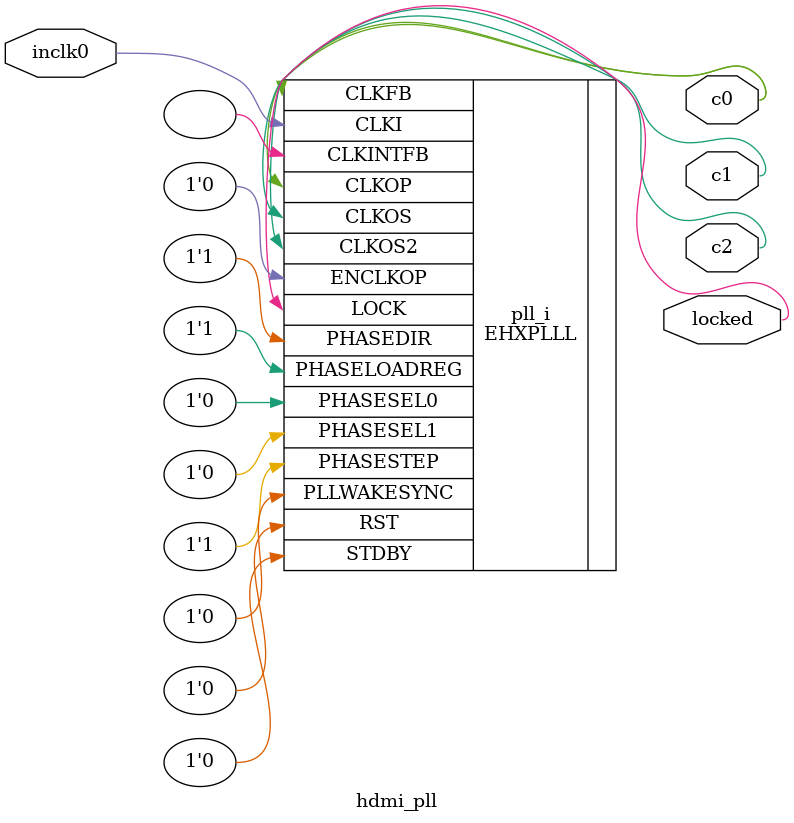
<source format=v>
module hdmi_pll
(
    input inclk0, // 48 MHz, 0 deg
    output c0, // 25.6 MHz, 0 deg
    output c1, // 147.2 MHz, 0 deg
    output c2, // 0.0480026 MHz, 0 deg
    output locked
);
(* FREQUENCY_PIN_CLKI="48" *)
(* FREQUENCY_PIN_CLKOP="25.6" *)
(* FREQUENCY_PIN_CLKOS="147.2" *)
(* FREQUENCY_PIN_CLKOS2="0.0480026" *)
(* ICP_CURRENT="12" *) (* LPF_RESISTOR="8" *) (* MFG_ENABLE_FILTEROPAMP="1" *) (* MFG_GMCREF_SEL="2" *)
EHXPLLL #(
        .PLLRST_ENA("DISABLED"),
        .INTFB_WAKE("DISABLED"),
        .STDBY_ENABLE("DISABLED"),
        .DPHASE_SOURCE("DISABLED"),
        .OUTDIVIDER_MUXA("DIVA"),
        .OUTDIVIDER_MUXB("DIVB"),
        .OUTDIVIDER_MUXC("DIVC"),
        .OUTDIVIDER_MUXD("DIVD"),
        .CLKI_DIV(15),
        .CLKOP_ENABLE("ENABLED"),
        .CLKOP_DIV(23),
        .CLKOP_CPHASE(11),
        .CLKOP_FPHASE(0),
        .CLKOS_ENABLE("ENABLED"),
        .CLKOS_DIV(4),
        .CLKOS_CPHASE(11),
        .CLKOS_FPHASE(0),
        .CLKOS2_ENABLE("ENABLED"),
        .CLKOS2_DIV(12266),
        .CLKOS2_CPHASE(11),
        .CLKOS2_FPHASE(0),
        .FEEDBK_PATH("CLKOP"),
        .CLKFB_DIV(8)
    ) pll_i (
        .RST(1'b0),
        .STDBY(1'b0),
        .CLKI(inclk0),
        .CLKOP(c0),
        .CLKOS(c1),
        .CLKOS2(c2),
        .CLKFB(c0),
        .CLKINTFB(),
        .PHASESEL0(1'b0),
        .PHASESEL1(1'b0),
        .PHASEDIR(1'b1),
        .PHASESTEP(1'b1),
        .PHASELOADREG(1'b1),
        .PLLWAKESYNC(1'b0),
        .ENCLKOP(1'b0),
        .LOCK(locked)
	);
endmodule

</source>
